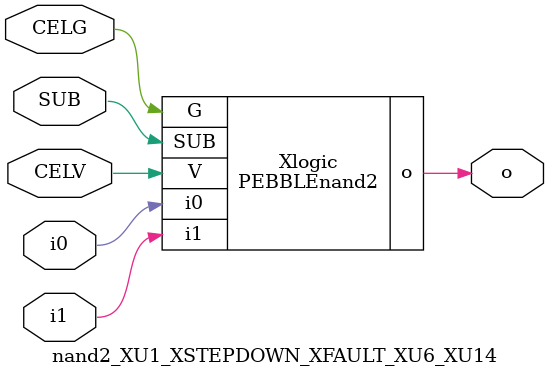
<source format=v>



module PEBBLEnand2 ( o, G, SUB, V, i0, i1 );

  input i0;
  input V;
  input i1;
  input G;
  output o;
  input SUB;
endmodule

//Celera Confidential Do Not Copy nand2_XU1_XSTEPDOWN_XFAULT_XU6_XU14
//Celera Confidential Symbol Generator
//5V NAND2
module nand2_XU1_XSTEPDOWN_XFAULT_XU6_XU14 (CELV,CELG,i0,i1,o,SUB);
input CELV;
input CELG;
input i0;
input i1;
input SUB;
output o;

//Celera Confidential Do Not Copy nand2
PEBBLEnand2 Xlogic(
.V (CELV),
.i0 (i0),
.i1 (i1),
.o (o),
.SUB (SUB),
.G (CELG)
);
//,diesize,PEBBLEnand2

//Celera Confidential Do Not Copy Module End
//Celera Schematic Generator
endmodule

</source>
